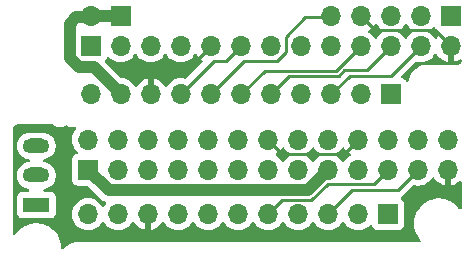
<source format=gbr>
%TF.GenerationSoftware,KiCad,Pcbnew,8.0.3*%
%TF.CreationDate,2024-12-22T12:47:46-05:00*%
%TF.ProjectId,klipper_screen_riser,6b6c6970-7065-4725-9f73-637265656e5f,rev?*%
%TF.SameCoordinates,Original*%
%TF.FileFunction,Copper,L2,Bot*%
%TF.FilePolarity,Positive*%
%FSLAX46Y46*%
G04 Gerber Fmt 4.6, Leading zero omitted, Abs format (unit mm)*
G04 Created by KiCad (PCBNEW 8.0.3) date 2024-12-22 12:47:46*
%MOMM*%
%LPD*%
G01*
G04 APERTURE LIST*
%TA.AperFunction,ComponentPad*%
%ADD10O,2.270000X1.270000*%
%TD*%
%TA.AperFunction,ComponentPad*%
%ADD11R,2.270000X1.270000*%
%TD*%
%TA.AperFunction,ComponentPad*%
%ADD12O,1.700000X1.700000*%
%TD*%
%TA.AperFunction,ComponentPad*%
%ADD13R,1.700000X1.700000*%
%TD*%
%TA.AperFunction,Conductor*%
%ADD14C,0.254000*%
%TD*%
%TA.AperFunction,Conductor*%
%ADD15C,1.000000*%
%TD*%
G04 APERTURE END LIST*
D10*
%TO.P,SW1,3,3*%
%TO.N,unconnected-(SW1-Pad3)*%
X152740000Y-75937473D03*
%TO.P,SW1,2,2*%
%TO.N,Net-(J2-Pin_2)*%
X152740000Y-78437473D03*
D11*
%TO.P,SW1,1,1*%
%TO.N,+5V*%
X152740000Y-80937473D03*
%TD*%
D12*
%TO.P,J2,26,Pin_26*%
%TO.N,TP_CS*%
X187600000Y-75400000D03*
%TO.P,J2,25,Pin_25*%
%TO.N,GND*%
X187600000Y-77940000D03*
%TO.P,J2,24,Pin_24*%
%TO.N,LCD_CS*%
X185060000Y-75400000D03*
%TO.P,J2,23,Pin_23*%
%TO.N,LCD_SCK {slash} TP_SCK *%
X185060000Y-77940000D03*
%TO.P,J2,22,Pin_22*%
%TO.N,RST*%
X182520000Y-75400000D03*
%TO.P,J2,21,Pin_21*%
%TO.N,TP_SO*%
X182520000Y-77940000D03*
%TO.P,J2,20,Pin_20*%
%TO.N,GND*%
X179980000Y-75400000D03*
%TO.P,J2,19,Pin_19*%
%TO.N,LCD_SI {slash} TP_SI *%
X179980000Y-77940000D03*
%TO.P,J2,18,Pin_18*%
%TO.N,LCD_RS *%
X177440000Y-75400000D03*
%TO.P,J2,17,Pin_17*%
%TO.N,+3.3V*%
X177440000Y-77940000D03*
%TO.P,J2,16,Pin_16*%
%TO.N,unconnected-(J2-Pin_16-Pad16)*%
X174900000Y-75400000D03*
%TO.P,J2,15,Pin_15*%
%TO.N,unconnected-(J2-Pin_15-Pad15)*%
X174900000Y-77940000D03*
%TO.P,J2,14,Pin_14*%
%TO.N,GND*%
X172360000Y-75400000D03*
%TO.P,J2,13,Pin_13*%
%TO.N,unconnected-(J2-Pin_13-Pad13)*%
X172360000Y-77940000D03*
%TO.P,J2,12,Pin_12*%
%TO.N,unconnected-(J2-Pin_12-Pad12)*%
X169820000Y-75400000D03*
%TO.P,J2,11,Pin_11*%
%TO.N,TP_IRQ *%
X169820000Y-77940000D03*
%TO.P,J2,10,Pin_10*%
%TO.N,unconnected-(J2-Pin_10-Pad10)*%
X167280000Y-75400000D03*
%TO.P,J2,9,Pin_9*%
%TO.N,GND*%
X167280000Y-77940000D03*
%TO.P,J2,8,Pin_8*%
%TO.N,unconnected-(J2-Pin_8-Pad8)*%
X164740000Y-75400000D03*
%TO.P,J2,7,Pin_7*%
%TO.N,unconnected-(J2-Pin_7-Pad7)*%
X164740000Y-77940000D03*
%TO.P,J2,6,Pin_6*%
%TO.N,GND*%
X162200000Y-75400000D03*
%TO.P,J2,5,Pin_5*%
%TO.N,unconnected-(J2-Pin_5-Pad5)*%
X162200000Y-77940000D03*
%TO.P,J2,4,Pin_4*%
%TO.N,Net-(J2-Pin_2)*%
X159660000Y-75400000D03*
%TO.P,J2,3,Pin_3*%
%TO.N,unconnected-(J2-Pin_3-Pad3)*%
X159660000Y-77940000D03*
%TO.P,J2,2,Pin_2*%
%TO.N,Net-(J2-Pin_2)*%
X157120000Y-75400000D03*
D13*
%TO.P,J2,1,Pin_1*%
%TO.N,+3.3V*%
X157120000Y-77940000D03*
%TD*%
D12*
%TO.P,J5,13,Pin_13*%
%TO.N,GND*%
X187814000Y-67494000D03*
%TO.P,J5,12,Pin_12*%
%TO.N,LCD_SCK {slash} TP_SCK *%
X185274000Y-67494000D03*
%TO.P,J5,11,Pin_11*%
%TO.N,TP_SO*%
X182734000Y-67494000D03*
%TO.P,J5,10,Pin_10*%
%TO.N,LCD_SI {slash} TP_SI *%
X180194000Y-67494000D03*
%TO.P,J5,9,Pin_9*%
%TO.N,+3.3V*%
X177654000Y-67494000D03*
%TO.P,J5,8,Pin_8*%
%TO.N,unconnected-(J5-Pin_8-Pad8)*%
X175114000Y-67494000D03*
%TO.P,J5,7,Pin_7*%
%TO.N,unconnected-(J5-Pin_7-Pad7)*%
X172574000Y-67494000D03*
%TO.P,J5,6,Pin_6*%
%TO.N,TP_IRQ *%
X170034000Y-67494000D03*
%TO.P,J5,5,Pin_5*%
%TO.N,GND*%
X167494000Y-67494000D03*
%TO.P,J5,4,Pin_4*%
%TO.N,unconnected-(J5-Pin_4-Pad4)*%
X164954000Y-67494000D03*
%TO.P,J5,3,Pin_3*%
%TO.N,unconnected-(J5-Pin_3-Pad3)*%
X162414000Y-67494000D03*
%TO.P,J5,2,Pin_2*%
%TO.N,unconnected-(J5-Pin_2-Pad2)*%
X159874000Y-67494000D03*
D13*
%TO.P,J5,1,Pin_1*%
%TO.N,+3.3V*%
X157334000Y-67494000D03*
%TD*%
D12*
%TO.P,J4,2,Pin_2*%
%TO.N,+5V*%
X157334000Y-64954000D03*
D13*
%TO.P,J4,1,Pin_1*%
X159874000Y-64954000D03*
%TD*%
D12*
%TO.P,J3,11,Pin_11*%
%TO.N,+3.3V*%
X157120000Y-81718000D03*
%TO.P,J3,10,Pin_10*%
%TO.N,+5V*%
X159660000Y-81718000D03*
%TO.P,J3,9,Pin_9*%
%TO.N,GND*%
X162200000Y-81718000D03*
%TO.P,J3,8,Pin_8*%
%TO.N,TP_IRQ *%
X164740000Y-81718000D03*
%TO.P,J3,7,Pin_7*%
%TO.N,LCD_RS *%
X167280000Y-81718000D03*
%TO.P,J3,6,Pin_6*%
%TO.N,LCD_SI {slash} TP_SI *%
X169820000Y-81718000D03*
%TO.P,J3,5,Pin_5*%
%TO.N,TP_SO*%
X172360000Y-81718000D03*
%TO.P,J3,4,Pin_4*%
%TO.N,RST*%
X174900000Y-81718000D03*
%TO.P,J3,3,Pin_3*%
%TO.N,LCD_SCK {slash} TP_SCK *%
X177440000Y-81718000D03*
%TO.P,J3,2,Pin_2*%
%TO.N,LCD_CS*%
X179980000Y-81718000D03*
D13*
%TO.P,J3,1,Pin_1*%
%TO.N,TP_CS*%
X182520000Y-81718000D03*
%TD*%
D12*
%TO.P,J6,5,Pin_5*%
%TO.N,LCD_RS *%
X177672000Y-64954000D03*
%TO.P,J6,4,Pin_4*%
%TO.N,GND*%
X180212000Y-64954000D03*
%TO.P,J6,3,Pin_3*%
%TO.N,RST*%
X182752000Y-64954000D03*
%TO.P,J6,2,Pin_2*%
%TO.N,LCD_CS*%
X185292000Y-64954000D03*
D13*
%TO.P,J6,1,Pin_1*%
%TO.N,TP_CS*%
X187832000Y-64954000D03*
%TD*%
D12*
%TO.P,J1,11,Pin_11*%
%TO.N,+3.3V*%
X157352000Y-71558000D03*
%TO.P,J1,10,Pin_10*%
%TO.N,+5V*%
X159892000Y-71558000D03*
%TO.P,J1,9,Pin_9*%
%TO.N,GND*%
X162432000Y-71558000D03*
%TO.P,J1,8,Pin_8*%
%TO.N,TP_IRQ *%
X164972000Y-71558000D03*
%TO.P,J1,7,Pin_7*%
%TO.N,LCD_RS *%
X167512000Y-71558000D03*
%TO.P,J1,6,Pin_6*%
%TO.N,LCD_SI {slash} TP_SI *%
X170052000Y-71558000D03*
%TO.P,J1,5,Pin_5*%
%TO.N,TP_SO*%
X172592000Y-71558000D03*
%TO.P,J1,4,Pin_4*%
%TO.N,RST*%
X175132000Y-71558000D03*
%TO.P,J1,3,Pin_3*%
%TO.N,LCD_SCK {slash} TP_SCK *%
X177672000Y-71558000D03*
%TO.P,J1,2,Pin_2*%
%TO.N,LCD_CS*%
X180212000Y-71558000D03*
D13*
%TO.P,J1,1,Pin_1*%
%TO.N,TP_CS*%
X182752000Y-71558000D03*
%TD*%
D14*
%TO.N,TP_SO*%
X177432555Y-79117000D02*
X176008555Y-80541000D01*
X174138000Y-70012000D02*
X172592000Y-71558000D01*
X182520000Y-77940000D02*
X181343000Y-79117000D01*
X182734000Y-67494000D02*
X180702000Y-69526000D01*
X178804053Y-69526000D02*
X178318053Y-70012000D01*
X178318053Y-70012000D02*
X174138000Y-70012000D01*
X180702000Y-69526000D02*
X178804053Y-69526000D01*
X173537000Y-80541000D02*
X172360000Y-81718000D01*
X181343000Y-79117000D02*
X177432555Y-79117000D01*
X176008555Y-80541000D02*
X173537000Y-80541000D01*
D15*
%TO.N,+3.3V*%
X175694000Y-79686000D02*
X158866000Y-79686000D01*
X177440000Y-77940000D02*
X175694000Y-79686000D01*
X158866000Y-79686000D02*
X157120000Y-77940000D01*
D14*
%TO.N,LCD_SCK {slash} TP_SCK *%
X179472000Y-79686000D02*
X177440000Y-81718000D01*
X182788000Y-69980000D02*
X185274000Y-67494000D01*
X177672000Y-71558000D02*
X179250000Y-69980000D01*
X183314000Y-79686000D02*
X179472000Y-79686000D01*
X185060000Y-77940000D02*
X183314000Y-79686000D01*
X177672000Y-71558000D02*
X178180000Y-71558000D01*
X179250000Y-69980000D02*
X182788000Y-69980000D01*
%TO.N,LCD_SI {slash} TP_SI *%
X172052000Y-69558000D02*
X170052000Y-71558000D01*
X178130000Y-69558000D02*
X172052000Y-69558000D01*
X180194000Y-67494000D02*
X178130000Y-69558000D01*
%TO.N,LCD_RS *%
X175502431Y-65058000D02*
X173864156Y-66696275D01*
X173081448Y-68760565D02*
X170309435Y-68760565D01*
X173864156Y-67977857D02*
X173081448Y-68760565D01*
X170309435Y-68760565D02*
X167512000Y-71558000D01*
X177603032Y-65058000D02*
X175502431Y-65058000D01*
X173864156Y-66696275D02*
X173864156Y-67977857D01*
D15*
%TO.N,+5V*%
X156102383Y-65058000D02*
X155558000Y-65602383D01*
X156336000Y-69272000D02*
X157606000Y-69272000D01*
X155558000Y-68494000D02*
X156336000Y-69272000D01*
X155558000Y-65602383D02*
X155558000Y-68494000D01*
X157334000Y-64954000D02*
X159874000Y-64954000D01*
X157304464Y-65058000D02*
X156102383Y-65058000D01*
X157606000Y-69272000D02*
X159892000Y-71558000D01*
D14*
%TO.N,TP_IRQ *%
X168815595Y-68735000D02*
X167795000Y-68735000D01*
X167795000Y-68735000D02*
X164972000Y-71558000D01*
X169992595Y-67558000D02*
X168815595Y-68735000D01*
%TO.N,GND*%
X179980000Y-75400000D02*
X178803000Y-76577000D01*
X165898000Y-69090000D02*
X165740000Y-69090000D01*
X180212000Y-64954000D02*
X181389000Y-66131000D01*
X178803000Y-76577000D02*
X173537000Y-76577000D01*
X173537000Y-76577000D02*
X172360000Y-75400000D01*
X167494000Y-67494000D02*
X165898000Y-69090000D01*
X181389000Y-66131000D02*
X186451000Y-66131000D01*
X186451000Y-66131000D02*
X187814000Y-67494000D01*
%TD*%
%TA.AperFunction,Conductor*%
%TO.N,GND*%
G36*
X154182400Y-74110185D02*
G01*
X154203033Y-74126810D01*
X154203104Y-74126881D01*
X154203110Y-74126886D01*
X154203112Y-74126888D01*
X154336042Y-74232896D01*
X154336045Y-74232897D01*
X154336046Y-74232898D01*
X154489223Y-74306664D01*
X154489224Y-74306664D01*
X154489228Y-74306666D01*
X154654988Y-74344500D01*
X154825012Y-74344500D01*
X154990772Y-74306666D01*
X155143958Y-74232896D01*
X155163774Y-74217092D01*
X155228461Y-74190684D01*
X155297156Y-74203441D01*
X155307057Y-74209045D01*
X155410563Y-74274082D01*
X155522417Y-74313221D01*
X155571048Y-74330238D01*
X155739997Y-74349274D01*
X155740000Y-74349274D01*
X155740003Y-74349274D01*
X155872602Y-74334333D01*
X155908954Y-74330237D01*
X155966720Y-74310023D01*
X156036498Y-74306461D01*
X156097126Y-74341190D01*
X156129353Y-74403183D01*
X156122949Y-74472758D01*
X156095359Y-74514744D01*
X156081504Y-74528599D01*
X155945965Y-74722169D01*
X155945964Y-74722171D01*
X155846098Y-74936335D01*
X155846094Y-74936344D01*
X155784938Y-75164586D01*
X155784936Y-75164596D01*
X155764341Y-75399999D01*
X155764341Y-75400000D01*
X155784936Y-75635403D01*
X155784938Y-75635413D01*
X155846094Y-75863655D01*
X155846096Y-75863659D01*
X155846097Y-75863663D01*
X155925801Y-76034588D01*
X155945965Y-76077830D01*
X155945967Y-76077834D01*
X156033869Y-76203370D01*
X156081504Y-76271400D01*
X156081506Y-76271402D01*
X156203430Y-76393326D01*
X156236915Y-76454649D01*
X156231931Y-76524341D01*
X156190059Y-76580274D01*
X156159083Y-76597189D01*
X156027669Y-76646203D01*
X156027664Y-76646206D01*
X155912455Y-76732452D01*
X155912452Y-76732455D01*
X155826206Y-76847664D01*
X155826202Y-76847671D01*
X155775908Y-76982517D01*
X155769501Y-77042116D01*
X155769500Y-77042135D01*
X155769500Y-78837870D01*
X155769501Y-78837876D01*
X155775908Y-78897483D01*
X155826202Y-79032328D01*
X155826206Y-79032335D01*
X155912452Y-79147544D01*
X155912455Y-79147547D01*
X156027664Y-79233793D01*
X156027671Y-79233797D01*
X156162517Y-79284091D01*
X156162516Y-79284091D01*
X156169444Y-79284835D01*
X156222127Y-79290500D01*
X157004217Y-79290499D01*
X157071256Y-79310183D01*
X157091898Y-79326818D01*
X158085735Y-80320655D01*
X158085764Y-80320686D01*
X158228217Y-80463139D01*
X158392080Y-80572628D01*
X158392086Y-80572632D01*
X158483844Y-80610639D01*
X158483847Y-80610640D01*
X158483848Y-80610641D01*
X158520117Y-80625664D01*
X158574164Y-80648051D01*
X158574165Y-80648051D01*
X158576683Y-80649094D01*
X158631087Y-80692934D01*
X158653152Y-80759228D01*
X158635873Y-80826928D01*
X158624231Y-80843349D01*
X158621504Y-80846599D01*
X158491575Y-81032158D01*
X158436998Y-81075783D01*
X158367500Y-81082977D01*
X158305145Y-81051454D01*
X158288425Y-81032158D01*
X158158494Y-80846597D01*
X157991402Y-80679506D01*
X157991395Y-80679501D01*
X157797834Y-80543967D01*
X157797830Y-80543965D01*
X157788328Y-80539534D01*
X157583663Y-80444097D01*
X157583659Y-80444096D01*
X157583655Y-80444094D01*
X157355413Y-80382938D01*
X157355403Y-80382936D01*
X157120001Y-80362341D01*
X157119999Y-80362341D01*
X156884596Y-80382936D01*
X156884586Y-80382938D01*
X156656344Y-80444094D01*
X156656335Y-80444098D01*
X156442171Y-80543964D01*
X156442169Y-80543965D01*
X156248597Y-80679505D01*
X156081505Y-80846597D01*
X155945965Y-81040169D01*
X155945964Y-81040171D01*
X155846098Y-81254335D01*
X155846094Y-81254344D01*
X155784938Y-81482586D01*
X155784936Y-81482596D01*
X155764341Y-81717999D01*
X155764341Y-81718000D01*
X155784936Y-81953403D01*
X155784938Y-81953413D01*
X155846094Y-82181655D01*
X155846096Y-82181659D01*
X155846097Y-82181663D01*
X155925801Y-82352588D01*
X155945965Y-82395830D01*
X155945967Y-82395834D01*
X156038952Y-82528629D01*
X156081505Y-82589401D01*
X156248599Y-82756495D01*
X156345384Y-82824265D01*
X156442165Y-82892032D01*
X156442167Y-82892033D01*
X156442170Y-82892035D01*
X156656337Y-82991903D01*
X156884592Y-83053063D01*
X157061034Y-83068500D01*
X157119999Y-83073659D01*
X157120000Y-83073659D01*
X157120001Y-83073659D01*
X157178966Y-83068500D01*
X157355408Y-83053063D01*
X157583663Y-82991903D01*
X157797830Y-82892035D01*
X157991401Y-82756495D01*
X158158495Y-82589401D01*
X158288425Y-82403842D01*
X158343002Y-82360217D01*
X158412500Y-82353023D01*
X158474855Y-82384546D01*
X158491575Y-82403842D01*
X158621500Y-82589395D01*
X158621505Y-82589401D01*
X158788599Y-82756495D01*
X158885384Y-82824265D01*
X158982165Y-82892032D01*
X158982167Y-82892033D01*
X158982170Y-82892035D01*
X159196337Y-82991903D01*
X159424592Y-83053063D01*
X159601034Y-83068500D01*
X159659999Y-83073659D01*
X159660000Y-83073659D01*
X159660001Y-83073659D01*
X159718966Y-83068500D01*
X159895408Y-83053063D01*
X160123663Y-82991903D01*
X160337830Y-82892035D01*
X160531401Y-82756495D01*
X160698495Y-82589401D01*
X160828730Y-82403405D01*
X160883307Y-82359781D01*
X160952805Y-82352587D01*
X161015160Y-82384110D01*
X161031879Y-82403405D01*
X161161890Y-82589078D01*
X161328917Y-82756105D01*
X161522421Y-82891600D01*
X161736507Y-82991429D01*
X161736516Y-82991433D01*
X161950000Y-83048634D01*
X161950000Y-82151012D01*
X162007007Y-82183925D01*
X162134174Y-82218000D01*
X162265826Y-82218000D01*
X162392993Y-82183925D01*
X162450000Y-82151012D01*
X162450000Y-83048633D01*
X162663483Y-82991433D01*
X162663492Y-82991429D01*
X162877578Y-82891600D01*
X163071082Y-82756105D01*
X163238105Y-82589082D01*
X163368119Y-82403405D01*
X163422696Y-82359781D01*
X163492195Y-82352588D01*
X163554549Y-82384110D01*
X163571269Y-82403405D01*
X163701505Y-82589401D01*
X163868599Y-82756495D01*
X163965384Y-82824265D01*
X164062165Y-82892032D01*
X164062167Y-82892033D01*
X164062170Y-82892035D01*
X164276337Y-82991903D01*
X164504592Y-83053063D01*
X164681034Y-83068500D01*
X164739999Y-83073659D01*
X164740000Y-83073659D01*
X164740001Y-83073659D01*
X164798966Y-83068500D01*
X164975408Y-83053063D01*
X165203663Y-82991903D01*
X165417830Y-82892035D01*
X165611401Y-82756495D01*
X165778495Y-82589401D01*
X165908425Y-82403842D01*
X165963002Y-82360217D01*
X166032500Y-82353023D01*
X166094855Y-82384546D01*
X166111575Y-82403842D01*
X166241500Y-82589395D01*
X166241505Y-82589401D01*
X166408599Y-82756495D01*
X166505384Y-82824265D01*
X166602165Y-82892032D01*
X166602167Y-82892033D01*
X166602170Y-82892035D01*
X166816337Y-82991903D01*
X167044592Y-83053063D01*
X167221034Y-83068500D01*
X167279999Y-83073659D01*
X167280000Y-83073659D01*
X167280001Y-83073659D01*
X167338966Y-83068500D01*
X167515408Y-83053063D01*
X167743663Y-82991903D01*
X167957830Y-82892035D01*
X168151401Y-82756495D01*
X168318495Y-82589401D01*
X168448425Y-82403842D01*
X168503002Y-82360217D01*
X168572500Y-82353023D01*
X168634855Y-82384546D01*
X168651575Y-82403842D01*
X168781500Y-82589395D01*
X168781505Y-82589401D01*
X168948599Y-82756495D01*
X169045384Y-82824265D01*
X169142165Y-82892032D01*
X169142167Y-82892033D01*
X169142170Y-82892035D01*
X169356337Y-82991903D01*
X169584592Y-83053063D01*
X169761034Y-83068500D01*
X169819999Y-83073659D01*
X169820000Y-83073659D01*
X169820001Y-83073659D01*
X169878966Y-83068500D01*
X170055408Y-83053063D01*
X170283663Y-82991903D01*
X170497830Y-82892035D01*
X170691401Y-82756495D01*
X170858495Y-82589401D01*
X170988425Y-82403842D01*
X171043002Y-82360217D01*
X171112500Y-82353023D01*
X171174855Y-82384546D01*
X171191575Y-82403842D01*
X171321500Y-82589395D01*
X171321505Y-82589401D01*
X171488599Y-82756495D01*
X171585384Y-82824265D01*
X171682165Y-82892032D01*
X171682167Y-82892033D01*
X171682170Y-82892035D01*
X171896337Y-82991903D01*
X172124592Y-83053063D01*
X172301034Y-83068500D01*
X172359999Y-83073659D01*
X172360000Y-83073659D01*
X172360001Y-83073659D01*
X172418966Y-83068500D01*
X172595408Y-83053063D01*
X172823663Y-82991903D01*
X173037830Y-82892035D01*
X173231401Y-82756495D01*
X173398495Y-82589401D01*
X173528425Y-82403842D01*
X173583002Y-82360217D01*
X173652500Y-82353023D01*
X173714855Y-82384546D01*
X173731575Y-82403842D01*
X173861500Y-82589395D01*
X173861505Y-82589401D01*
X174028599Y-82756495D01*
X174125384Y-82824265D01*
X174222165Y-82892032D01*
X174222167Y-82892033D01*
X174222170Y-82892035D01*
X174436337Y-82991903D01*
X174664592Y-83053063D01*
X174841034Y-83068500D01*
X174899999Y-83073659D01*
X174900000Y-83073659D01*
X174900001Y-83073659D01*
X174958966Y-83068500D01*
X175135408Y-83053063D01*
X175363663Y-82991903D01*
X175577830Y-82892035D01*
X175771401Y-82756495D01*
X175938495Y-82589401D01*
X176068425Y-82403842D01*
X176123002Y-82360217D01*
X176192500Y-82353023D01*
X176254855Y-82384546D01*
X176271575Y-82403842D01*
X176401500Y-82589395D01*
X176401505Y-82589401D01*
X176568599Y-82756495D01*
X176665384Y-82824265D01*
X176762165Y-82892032D01*
X176762167Y-82892033D01*
X176762170Y-82892035D01*
X176976337Y-82991903D01*
X177204592Y-83053063D01*
X177381034Y-83068500D01*
X177439999Y-83073659D01*
X177440000Y-83073659D01*
X177440001Y-83073659D01*
X177498966Y-83068500D01*
X177675408Y-83053063D01*
X177903663Y-82991903D01*
X178117830Y-82892035D01*
X178311401Y-82756495D01*
X178478495Y-82589401D01*
X178608425Y-82403842D01*
X178663002Y-82360217D01*
X178732500Y-82353023D01*
X178794855Y-82384546D01*
X178811575Y-82403842D01*
X178941500Y-82589395D01*
X178941505Y-82589401D01*
X179108599Y-82756495D01*
X179205384Y-82824265D01*
X179302165Y-82892032D01*
X179302167Y-82892033D01*
X179302170Y-82892035D01*
X179516337Y-82991903D01*
X179744592Y-83053063D01*
X179921034Y-83068500D01*
X179979999Y-83073659D01*
X179980000Y-83073659D01*
X179980001Y-83073659D01*
X180038966Y-83068500D01*
X180215408Y-83053063D01*
X180443663Y-82991903D01*
X180657830Y-82892035D01*
X180851401Y-82756495D01*
X180973329Y-82634566D01*
X181034648Y-82601084D01*
X181104340Y-82606068D01*
X181160274Y-82647939D01*
X181177189Y-82678917D01*
X181226202Y-82810328D01*
X181226206Y-82810335D01*
X181312452Y-82925544D01*
X181312455Y-82925547D01*
X181427664Y-83011793D01*
X181427671Y-83011797D01*
X181562517Y-83062091D01*
X181562516Y-83062091D01*
X181569444Y-83062835D01*
X181622127Y-83068500D01*
X183417872Y-83068499D01*
X183477483Y-83062091D01*
X183612331Y-83011796D01*
X183727546Y-82925546D01*
X183813796Y-82810331D01*
X183864091Y-82675483D01*
X183870500Y-82615873D01*
X183870499Y-80820128D01*
X183864091Y-80760517D01*
X183863877Y-80759944D01*
X183813797Y-80625671D01*
X183813793Y-80625664D01*
X183727547Y-80510455D01*
X183727544Y-80510452D01*
X183623548Y-80432600D01*
X183581677Y-80376666D01*
X183576693Y-80306975D01*
X183610179Y-80245652D01*
X183628961Y-80230237D01*
X183714008Y-80173411D01*
X183801411Y-80086008D01*
X184606584Y-79280833D01*
X184667905Y-79247350D01*
X184726356Y-79248741D01*
X184768107Y-79259928D01*
X184824592Y-79275063D01*
X185001034Y-79290500D01*
X185059999Y-79295659D01*
X185060000Y-79295659D01*
X185060001Y-79295659D01*
X185118966Y-79290500D01*
X185295408Y-79275063D01*
X185523663Y-79213903D01*
X185737830Y-79114035D01*
X185931401Y-78978495D01*
X186098495Y-78811401D01*
X186228730Y-78625405D01*
X186283307Y-78581781D01*
X186352805Y-78574587D01*
X186415160Y-78606110D01*
X186431879Y-78625405D01*
X186561890Y-78811078D01*
X186728917Y-78978105D01*
X186922421Y-79113600D01*
X187136507Y-79213429D01*
X187136516Y-79213433D01*
X187350000Y-79270634D01*
X187350000Y-78373012D01*
X187407007Y-78405925D01*
X187534174Y-78440000D01*
X187665826Y-78440000D01*
X187792993Y-78405925D01*
X187850000Y-78373012D01*
X187850000Y-79270633D01*
X188063483Y-79213433D01*
X188063492Y-79213429D01*
X188277578Y-79113600D01*
X188471082Y-78978105D01*
X188527819Y-78921369D01*
X188589142Y-78887884D01*
X188658834Y-78892868D01*
X188714767Y-78934740D01*
X188739184Y-79000204D01*
X188739500Y-79009050D01*
X188739500Y-81171887D01*
X188719815Y-81238926D01*
X188667011Y-81284681D01*
X188597853Y-81294625D01*
X188534297Y-81265600D01*
X188514196Y-81243395D01*
X188449191Y-81151304D01*
X188429710Y-81130445D01*
X188253053Y-80941292D01*
X188030147Y-80759945D01*
X188030146Y-80759944D01*
X187784617Y-80610634D01*
X187521063Y-80496158D01*
X187521061Y-80496157D01*
X187521058Y-80496156D01*
X187374694Y-80455147D01*
X187244364Y-80418630D01*
X187244359Y-80418629D01*
X187244358Y-80418629D01*
X187102018Y-80399064D01*
X186959679Y-80379500D01*
X186959678Y-80379500D01*
X186672322Y-80379500D01*
X186672321Y-80379500D01*
X186387642Y-80418629D01*
X186387635Y-80418630D01*
X186179861Y-80476845D01*
X186110942Y-80496156D01*
X186110939Y-80496156D01*
X186110936Y-80496158D01*
X186110935Y-80496158D01*
X185847382Y-80610634D01*
X185601853Y-80759944D01*
X185378950Y-80941289D01*
X185182812Y-81151299D01*
X185017098Y-81386064D01*
X184884894Y-81641206D01*
X184788667Y-81911962D01*
X184788666Y-81911965D01*
X184730201Y-82193319D01*
X184710592Y-82480000D01*
X184730201Y-82766680D01*
X184730201Y-82766684D01*
X184730202Y-82766686D01*
X184739272Y-82810335D01*
X184788666Y-83048034D01*
X184788667Y-83048037D01*
X184884894Y-83318793D01*
X184884893Y-83318793D01*
X185017098Y-83573935D01*
X185104190Y-83697317D01*
X185182811Y-83808698D01*
X185220705Y-83849272D01*
X185250209Y-83880863D01*
X185281580Y-83943294D01*
X185274220Y-84012775D01*
X185230463Y-84067246D01*
X185164203Y-84089414D01*
X185159585Y-84089500D01*
X156287227Y-84089500D01*
X156282763Y-84089420D01*
X156282596Y-84089414D01*
X156263377Y-84088721D01*
X156184246Y-84085871D01*
X156184238Y-84085871D01*
X155965923Y-84110001D01*
X155965906Y-84110005D01*
X155753411Y-84165660D01*
X155551276Y-84251652D01*
X155363822Y-84366143D01*
X155363817Y-84366147D01*
X155195010Y-84506714D01*
X155060953Y-84656404D01*
X155001565Y-84693212D01*
X154931704Y-84692069D01*
X154873552Y-84653338D01*
X154845571Y-84589316D01*
X154844870Y-84582141D01*
X154830095Y-84366143D01*
X154825798Y-84303314D01*
X154767334Y-84021968D01*
X154766175Y-84018708D01*
X154671105Y-83751206D01*
X154671106Y-83751206D01*
X154538901Y-83496064D01*
X154373187Y-83261299D01*
X154294554Y-83177105D01*
X154177053Y-83051292D01*
X153954147Y-82869945D01*
X153954146Y-82869944D01*
X153708617Y-82720634D01*
X153445063Y-82606158D01*
X153445061Y-82606157D01*
X153445058Y-82606156D01*
X153315578Y-82569877D01*
X153168364Y-82528630D01*
X153168359Y-82528629D01*
X153168358Y-82528629D01*
X152897800Y-82491441D01*
X152883679Y-82489500D01*
X152883678Y-82489500D01*
X152596322Y-82489500D01*
X152596321Y-82489500D01*
X152311642Y-82528629D01*
X152311635Y-82528630D01*
X152103861Y-82586845D01*
X152034942Y-82606156D01*
X152034939Y-82606156D01*
X152034936Y-82606158D01*
X152034935Y-82606158D01*
X151771382Y-82720634D01*
X151525853Y-82869944D01*
X151302950Y-83051289D01*
X151302947Y-83051291D01*
X151302947Y-83051292D01*
X151287362Y-83067979D01*
X151106808Y-83261304D01*
X150965804Y-83461063D01*
X150911063Y-83504481D01*
X150841537Y-83511410D01*
X150779303Y-83479652D01*
X150744117Y-83419288D01*
X150740500Y-83389555D01*
X150740500Y-75848107D01*
X151104500Y-75848107D01*
X151104500Y-76026838D01*
X151132460Y-76203371D01*
X151132460Y-76203374D01*
X151187689Y-76373351D01*
X151187691Y-76373354D01*
X151268833Y-76532605D01*
X151373889Y-76677201D01*
X151500272Y-76803584D01*
X151644868Y-76908640D01*
X151804119Y-76989782D01*
X151804121Y-76989783D01*
X151866522Y-77010058D01*
X151974103Y-77045013D01*
X152100295Y-77065000D01*
X152163430Y-77094929D01*
X152200361Y-77154241D01*
X152199363Y-77224103D01*
X152160753Y-77282336D01*
X152100295Y-77309946D01*
X151974101Y-77329933D01*
X151974098Y-77329933D01*
X151804121Y-77385162D01*
X151804118Y-77385164D01*
X151644867Y-77466306D01*
X151500270Y-77571363D01*
X151373890Y-77697743D01*
X151268833Y-77842340D01*
X151187691Y-78001591D01*
X151187689Y-78001594D01*
X151132460Y-78171571D01*
X151132460Y-78171574D01*
X151104500Y-78348107D01*
X151104500Y-78526838D01*
X151132460Y-78703371D01*
X151132460Y-78703374D01*
X151187689Y-78873351D01*
X151187691Y-78873354D01*
X151268833Y-79032605D01*
X151373889Y-79177201D01*
X151500272Y-79303584D01*
X151644868Y-79408640D01*
X151804119Y-79489782D01*
X151804121Y-79489783D01*
X151943870Y-79535189D01*
X151974103Y-79545013D01*
X152040322Y-79555501D01*
X152103453Y-79585428D01*
X152140385Y-79644739D01*
X152139388Y-79714602D01*
X152100778Y-79772835D01*
X152036815Y-79800950D01*
X152020921Y-79801973D01*
X151557129Y-79801973D01*
X151557123Y-79801974D01*
X151497516Y-79808381D01*
X151362671Y-79858675D01*
X151362664Y-79858679D01*
X151247455Y-79944925D01*
X151247452Y-79944928D01*
X151161206Y-80060137D01*
X151161202Y-80060144D01*
X151110908Y-80194990D01*
X151105462Y-80245652D01*
X151104501Y-80254596D01*
X151104500Y-80254608D01*
X151104500Y-81620343D01*
X151104501Y-81620349D01*
X151110908Y-81679956D01*
X151161202Y-81814801D01*
X151161206Y-81814808D01*
X151247452Y-81930017D01*
X151247455Y-81930020D01*
X151362664Y-82016266D01*
X151362671Y-82016270D01*
X151497517Y-82066564D01*
X151497516Y-82066564D01*
X151504444Y-82067308D01*
X151557127Y-82072973D01*
X153922872Y-82072972D01*
X153982483Y-82066564D01*
X154117331Y-82016269D01*
X154232546Y-81930019D01*
X154318796Y-81814804D01*
X154369091Y-81679956D01*
X154375500Y-81620346D01*
X154375499Y-80254601D01*
X154369091Y-80194990D01*
X154361042Y-80173410D01*
X154318797Y-80060144D01*
X154318793Y-80060137D01*
X154232547Y-79944928D01*
X154232544Y-79944925D01*
X154117335Y-79858679D01*
X154117328Y-79858675D01*
X153982482Y-79808381D01*
X153982483Y-79808381D01*
X153922883Y-79801974D01*
X153922881Y-79801973D01*
X153922873Y-79801973D01*
X153922865Y-79801973D01*
X153459082Y-79801973D01*
X153392043Y-79782288D01*
X153346288Y-79729484D01*
X153336344Y-79660326D01*
X153365369Y-79596770D01*
X153424147Y-79558996D01*
X153439685Y-79555500D01*
X153505897Y-79545013D01*
X153505898Y-79545012D01*
X153505901Y-79545012D01*
X153675878Y-79489783D01*
X153675878Y-79489782D01*
X153675881Y-79489782D01*
X153835132Y-79408640D01*
X153979728Y-79303584D01*
X154106111Y-79177201D01*
X154211167Y-79032605D01*
X154292309Y-78873354D01*
X154292310Y-78873351D01*
X154347539Y-78703374D01*
X154347539Y-78703373D01*
X154347540Y-78703370D01*
X154375500Y-78526839D01*
X154375500Y-78348107D01*
X154347540Y-78171576D01*
X154347539Y-78171572D01*
X154347539Y-78171571D01*
X154292310Y-78001594D01*
X154292308Y-78001591D01*
X154227387Y-77874174D01*
X154211167Y-77842341D01*
X154106111Y-77697745D01*
X153979728Y-77571362D01*
X153835132Y-77466306D01*
X153675881Y-77385164D01*
X153675878Y-77385162D01*
X153505900Y-77329933D01*
X153413904Y-77315362D01*
X153379703Y-77309945D01*
X153316569Y-77280017D01*
X153279638Y-77220705D01*
X153280636Y-77150843D01*
X153319246Y-77092610D01*
X153379703Y-77065000D01*
X153505897Y-77045013D01*
X153505900Y-77045012D01*
X153505901Y-77045012D01*
X153675878Y-76989783D01*
X153675878Y-76989782D01*
X153675881Y-76989782D01*
X153835132Y-76908640D01*
X153979728Y-76803584D01*
X154106111Y-76677201D01*
X154211167Y-76532605D01*
X154292309Y-76373354D01*
X154325435Y-76271402D01*
X154347539Y-76203374D01*
X154347539Y-76203373D01*
X154347540Y-76203370D01*
X154375500Y-76026839D01*
X154375500Y-75848107D01*
X154347540Y-75671576D01*
X154347539Y-75671572D01*
X154347539Y-75671571D01*
X154292310Y-75501594D01*
X154292308Y-75501591D01*
X154240546Y-75400000D01*
X154211167Y-75342341D01*
X154106111Y-75197745D01*
X153979728Y-75071362D01*
X153835132Y-74966306D01*
X153675881Y-74885164D01*
X153675878Y-74885162D01*
X153505899Y-74829933D01*
X153388209Y-74811293D01*
X153329366Y-74801973D01*
X152150634Y-74801973D01*
X152091790Y-74811293D01*
X151974101Y-74829933D01*
X151974098Y-74829933D01*
X151804121Y-74885162D01*
X151804118Y-74885164D01*
X151644867Y-74966306D01*
X151500270Y-75071363D01*
X151373890Y-75197743D01*
X151268833Y-75342340D01*
X151187691Y-75501591D01*
X151187689Y-75501594D01*
X151132460Y-75671571D01*
X151132460Y-75671574D01*
X151104500Y-75848107D01*
X150740500Y-75848107D01*
X150740500Y-74596961D01*
X150741280Y-74583077D01*
X150751459Y-74492731D01*
X150757635Y-74465670D01*
X150785353Y-74386456D01*
X150797396Y-74361450D01*
X150842046Y-74290389D01*
X150859351Y-74268690D01*
X150918690Y-74209351D01*
X150940389Y-74192046D01*
X151011450Y-74147396D01*
X151036456Y-74135353D01*
X151115670Y-74107635D01*
X151142733Y-74101459D01*
X151206888Y-74094231D01*
X151233079Y-74091280D01*
X151246962Y-74090500D01*
X151305892Y-74090500D01*
X154115361Y-74090500D01*
X154182400Y-74110185D01*
G37*
%TD.AperFunction*%
%TA.AperFunction,Conductor*%
G36*
X173714549Y-76066110D02*
G01*
X173731269Y-76085405D01*
X173861505Y-76271401D01*
X173861506Y-76271402D01*
X174028597Y-76438493D01*
X174028603Y-76438498D01*
X174214158Y-76568425D01*
X174257783Y-76623002D01*
X174264977Y-76692500D01*
X174233454Y-76754855D01*
X174214158Y-76771575D01*
X174028597Y-76901505D01*
X173861505Y-77068597D01*
X173731575Y-77254158D01*
X173676998Y-77297783D01*
X173607500Y-77304977D01*
X173545145Y-77273454D01*
X173528425Y-77254158D01*
X173398494Y-77068597D01*
X173231402Y-76901506D01*
X173231401Y-76901505D01*
X173063844Y-76784180D01*
X173045405Y-76771269D01*
X173001781Y-76716692D01*
X172994588Y-76647193D01*
X173026110Y-76584839D01*
X173045405Y-76568119D01*
X173231082Y-76438105D01*
X173398105Y-76271082D01*
X173528119Y-76085405D01*
X173582696Y-76041781D01*
X173652195Y-76034588D01*
X173714549Y-76066110D01*
G37*
%TD.AperFunction*%
%TA.AperFunction,Conductor*%
G36*
X176254855Y-76066546D02*
G01*
X176271575Y-76085842D01*
X176401501Y-76271396D01*
X176401506Y-76271402D01*
X176568597Y-76438493D01*
X176568603Y-76438498D01*
X176754158Y-76568425D01*
X176797783Y-76623002D01*
X176804977Y-76692500D01*
X176773454Y-76754855D01*
X176754158Y-76771575D01*
X176568597Y-76901505D01*
X176401505Y-77068597D01*
X176271575Y-77254158D01*
X176216998Y-77297783D01*
X176147500Y-77304977D01*
X176085145Y-77273454D01*
X176068425Y-77254158D01*
X175938494Y-77068597D01*
X175771402Y-76901506D01*
X175771396Y-76901501D01*
X175585842Y-76771575D01*
X175542217Y-76716998D01*
X175535023Y-76647500D01*
X175566546Y-76585145D01*
X175585842Y-76568425D01*
X175698054Y-76489853D01*
X175771401Y-76438495D01*
X175938495Y-76271401D01*
X176068425Y-76085842D01*
X176123002Y-76042217D01*
X176192500Y-76035023D01*
X176254855Y-76066546D01*
G37*
%TD.AperFunction*%
%TA.AperFunction,Conductor*%
G36*
X178795160Y-76066110D02*
G01*
X178811879Y-76085405D01*
X178941890Y-76271078D01*
X179108917Y-76438105D01*
X179294595Y-76568119D01*
X179338219Y-76622696D01*
X179345412Y-76692195D01*
X179313890Y-76754549D01*
X179294595Y-76771269D01*
X179108594Y-76901508D01*
X178941505Y-77068597D01*
X178811575Y-77254158D01*
X178756998Y-77297783D01*
X178687500Y-77304977D01*
X178625145Y-77273454D01*
X178608425Y-77254158D01*
X178478494Y-77068597D01*
X178311402Y-76901506D01*
X178311396Y-76901501D01*
X178125842Y-76771575D01*
X178082217Y-76716998D01*
X178075023Y-76647500D01*
X178106546Y-76585145D01*
X178125842Y-76568425D01*
X178238054Y-76489853D01*
X178311401Y-76438495D01*
X178478495Y-76271401D01*
X178608730Y-76085405D01*
X178663307Y-76041781D01*
X178732805Y-76034587D01*
X178795160Y-76066110D01*
G37*
%TD.AperFunction*%
%TA.AperFunction,Conductor*%
G36*
X166309160Y-68160110D02*
G01*
X166325879Y-68179405D01*
X166455890Y-68365078D01*
X166622917Y-68532105D01*
X166788628Y-68648138D01*
X166832253Y-68702715D01*
X166839445Y-68772214D01*
X166807923Y-68834568D01*
X166805185Y-68837394D01*
X165425415Y-70217164D01*
X165364092Y-70250649D01*
X165305641Y-70249258D01*
X165207413Y-70222938D01*
X165207403Y-70222936D01*
X164972001Y-70202341D01*
X164971999Y-70202341D01*
X164736596Y-70222936D01*
X164736586Y-70222938D01*
X164508344Y-70284094D01*
X164508335Y-70284098D01*
X164294171Y-70383964D01*
X164294169Y-70383965D01*
X164100597Y-70519505D01*
X163933508Y-70686594D01*
X163803269Y-70872595D01*
X163748692Y-70916219D01*
X163679193Y-70923412D01*
X163616839Y-70891890D01*
X163600119Y-70872594D01*
X163470113Y-70686926D01*
X163470108Y-70686920D01*
X163303082Y-70519894D01*
X163109578Y-70384399D01*
X162895492Y-70284570D01*
X162895486Y-70284567D01*
X162682000Y-70227364D01*
X162682000Y-71124988D01*
X162624993Y-71092075D01*
X162497826Y-71058000D01*
X162366174Y-71058000D01*
X162239007Y-71092075D01*
X162182000Y-71124988D01*
X162182000Y-70227364D01*
X162181999Y-70227364D01*
X161968513Y-70284567D01*
X161968507Y-70284570D01*
X161754422Y-70384399D01*
X161754420Y-70384400D01*
X161560926Y-70519886D01*
X161560920Y-70519891D01*
X161393891Y-70686920D01*
X161393890Y-70686922D01*
X161263880Y-70872595D01*
X161209303Y-70916219D01*
X161139804Y-70923412D01*
X161077450Y-70891890D01*
X161060730Y-70872594D01*
X160930494Y-70686597D01*
X160763402Y-70519506D01*
X160763395Y-70519501D01*
X160569834Y-70383967D01*
X160569830Y-70383965D01*
X160546905Y-70373275D01*
X160355663Y-70284097D01*
X160355659Y-70284096D01*
X160355655Y-70284094D01*
X160127413Y-70222938D01*
X160127403Y-70222936D01*
X160001900Y-70211955D01*
X159936832Y-70186502D01*
X159925028Y-70176108D01*
X158578530Y-68829610D01*
X158545045Y-68768287D01*
X158550029Y-68698595D01*
X158566945Y-68667618D01*
X158627793Y-68586335D01*
X158627792Y-68586335D01*
X158627796Y-68586331D01*
X158676810Y-68454916D01*
X158718681Y-68398984D01*
X158784145Y-68374566D01*
X158852418Y-68389417D01*
X158880673Y-68410569D01*
X159002599Y-68532495D01*
X159080816Y-68587263D01*
X159196165Y-68668032D01*
X159196167Y-68668033D01*
X159196170Y-68668035D01*
X159410337Y-68767903D01*
X159638592Y-68829063D01*
X159826918Y-68845539D01*
X159873999Y-68849659D01*
X159874000Y-68849659D01*
X159874001Y-68849659D01*
X159913234Y-68846226D01*
X160109408Y-68829063D01*
X160337663Y-68767903D01*
X160551830Y-68668035D01*
X160745401Y-68532495D01*
X160912495Y-68365401D01*
X161042425Y-68179842D01*
X161097002Y-68136217D01*
X161166500Y-68129023D01*
X161228855Y-68160546D01*
X161245575Y-68179842D01*
X161375278Y-68365078D01*
X161375505Y-68365401D01*
X161542599Y-68532495D01*
X161620816Y-68587263D01*
X161736165Y-68668032D01*
X161736167Y-68668033D01*
X161736170Y-68668035D01*
X161950337Y-68767903D01*
X162178592Y-68829063D01*
X162366918Y-68845539D01*
X162413999Y-68849659D01*
X162414000Y-68849659D01*
X162414001Y-68849659D01*
X162453234Y-68846226D01*
X162649408Y-68829063D01*
X162877663Y-68767903D01*
X163091830Y-68668035D01*
X163285401Y-68532495D01*
X163452495Y-68365401D01*
X163582425Y-68179842D01*
X163637002Y-68136217D01*
X163706500Y-68129023D01*
X163768855Y-68160546D01*
X163785575Y-68179842D01*
X163915278Y-68365078D01*
X163915505Y-68365401D01*
X164082599Y-68532495D01*
X164160816Y-68587263D01*
X164276165Y-68668032D01*
X164276167Y-68668033D01*
X164276170Y-68668035D01*
X164490337Y-68767903D01*
X164718592Y-68829063D01*
X164906918Y-68845539D01*
X164953999Y-68849659D01*
X164954000Y-68849659D01*
X164954001Y-68849659D01*
X164993234Y-68846226D01*
X165189408Y-68829063D01*
X165417663Y-68767903D01*
X165631830Y-68668035D01*
X165825401Y-68532495D01*
X165992495Y-68365401D01*
X166122730Y-68179405D01*
X166177307Y-68135781D01*
X166246805Y-68128587D01*
X166309160Y-68160110D01*
G37*
%TD.AperFunction*%
%TA.AperFunction,Conductor*%
G36*
X188064000Y-68824633D02*
G01*
X188277483Y-68767433D01*
X188277492Y-68767429D01*
X188491579Y-68667599D01*
X188561907Y-68618354D01*
X188628113Y-68596026D01*
X188695880Y-68613035D01*
X188743694Y-68663982D01*
X188756373Y-68732692D01*
X188750074Y-68760881D01*
X188738648Y-68793536D01*
X188726600Y-68818555D01*
X188681957Y-68889604D01*
X188664644Y-68911313D01*
X188605313Y-68970644D01*
X188583604Y-68987957D01*
X188512555Y-69032600D01*
X188487537Y-69044648D01*
X188408333Y-69072362D01*
X188381264Y-69078540D01*
X188301075Y-69087576D01*
X188290921Y-69088720D01*
X188277038Y-69089500D01*
X185632682Y-69089500D01*
X185420235Y-69120044D01*
X185420225Y-69120047D01*
X185214284Y-69180517D01*
X185019061Y-69269672D01*
X185019048Y-69269679D01*
X184838485Y-69385720D01*
X184676275Y-69526275D01*
X184535720Y-69688485D01*
X184419679Y-69869048D01*
X184419672Y-69869061D01*
X184330517Y-70064284D01*
X184270047Y-70270225D01*
X184270044Y-70270236D01*
X184252946Y-70389161D01*
X184223921Y-70452717D01*
X184165143Y-70490491D01*
X184095273Y-70490491D01*
X184036495Y-70452717D01*
X184030942Y-70445826D01*
X183988522Y-70389161D01*
X183959546Y-70350454D01*
X183959544Y-70350453D01*
X183959544Y-70350452D01*
X183844335Y-70264206D01*
X183844328Y-70264202D01*
X183709486Y-70213910D01*
X183709485Y-70213909D01*
X183709483Y-70213909D01*
X183709480Y-70213908D01*
X183709122Y-70213824D01*
X183708868Y-70213679D01*
X183702215Y-70211198D01*
X183702617Y-70210120D01*
X183648404Y-70179252D01*
X183616017Y-70117342D01*
X183622241Y-70047751D01*
X183649950Y-70005467D01*
X184820584Y-68834833D01*
X184881905Y-68801350D01*
X184940356Y-68802741D01*
X184958058Y-68807484D01*
X185038592Y-68829063D01*
X185226918Y-68845539D01*
X185273999Y-68849659D01*
X185274000Y-68849659D01*
X185274001Y-68849659D01*
X185313234Y-68846226D01*
X185509408Y-68829063D01*
X185737663Y-68767903D01*
X185951830Y-68668035D01*
X186145401Y-68532495D01*
X186312495Y-68365401D01*
X186442730Y-68179405D01*
X186497307Y-68135781D01*
X186566805Y-68128587D01*
X186629160Y-68160110D01*
X186645879Y-68179405D01*
X186775890Y-68365078D01*
X186942917Y-68532105D01*
X187136421Y-68667600D01*
X187350507Y-68767429D01*
X187350516Y-68767433D01*
X187564000Y-68824634D01*
X187564000Y-67927012D01*
X187621007Y-67959925D01*
X187748174Y-67994000D01*
X187879826Y-67994000D01*
X188006993Y-67959925D01*
X188064000Y-67927012D01*
X188064000Y-68824633D01*
G37*
%TD.AperFunction*%
%TA.AperFunction,Conductor*%
G36*
X186416340Y-65842068D02*
G01*
X186472274Y-65883939D01*
X186489189Y-65914917D01*
X186538202Y-66046328D01*
X186538206Y-66046335D01*
X186624452Y-66161544D01*
X186624455Y-66161547D01*
X186739664Y-66247793D01*
X186739673Y-66247798D01*
X186802772Y-66271332D01*
X186858487Y-66292112D01*
X186914421Y-66333982D01*
X186938839Y-66399447D01*
X186923988Y-66467720D01*
X186902837Y-66495975D01*
X186775888Y-66622924D01*
X186645880Y-66808595D01*
X186591303Y-66852219D01*
X186521804Y-66859412D01*
X186459450Y-66827890D01*
X186442730Y-66808594D01*
X186312494Y-66622597D01*
X186145402Y-66455506D01*
X186145401Y-66455505D01*
X186014127Y-66363586D01*
X185968841Y-66331876D01*
X185925216Y-66277299D01*
X185918024Y-66207800D01*
X185949546Y-66145446D01*
X185968842Y-66128726D01*
X185969826Y-66128036D01*
X185969830Y-66128035D01*
X186163401Y-65992495D01*
X186285329Y-65870566D01*
X186346648Y-65837084D01*
X186416340Y-65842068D01*
G37*
%TD.AperFunction*%
%TA.AperFunction,Conductor*%
G36*
X181566549Y-65620110D02*
G01*
X181583269Y-65639405D01*
X181713505Y-65825401D01*
X181713506Y-65825402D01*
X181880597Y-65992493D01*
X181880603Y-65992498D01*
X182057158Y-66116123D01*
X182100783Y-66170700D01*
X182107977Y-66240198D01*
X182076454Y-66302553D01*
X182057158Y-66319273D01*
X181862597Y-66455505D01*
X181695505Y-66622597D01*
X181565575Y-66808158D01*
X181510998Y-66851783D01*
X181441500Y-66858977D01*
X181379145Y-66827454D01*
X181362425Y-66808158D01*
X181232494Y-66622597D01*
X181065402Y-66455506D01*
X181065401Y-66455505D01*
X180888404Y-66331570D01*
X180844781Y-66276994D01*
X180837588Y-66207495D01*
X180869110Y-66145141D01*
X180888405Y-66128421D01*
X181083082Y-65992105D01*
X181250105Y-65825082D01*
X181380119Y-65639405D01*
X181434696Y-65595781D01*
X181504195Y-65588588D01*
X181566549Y-65620110D01*
G37*
%TD.AperFunction*%
%TA.AperFunction,Conductor*%
G36*
X184106855Y-65620546D02*
G01*
X184123575Y-65639842D01*
X184253501Y-65825396D01*
X184253506Y-65825402D01*
X184420597Y-65992493D01*
X184420603Y-65992498D01*
X184597158Y-66116123D01*
X184640783Y-66170700D01*
X184647977Y-66240198D01*
X184616454Y-66302553D01*
X184597158Y-66319273D01*
X184402597Y-66455505D01*
X184235505Y-66622597D01*
X184105575Y-66808158D01*
X184050998Y-66851783D01*
X183981500Y-66858977D01*
X183919145Y-66827454D01*
X183902425Y-66808158D01*
X183772494Y-66622597D01*
X183605402Y-66455506D01*
X183605401Y-66455505D01*
X183474127Y-66363586D01*
X183428841Y-66331876D01*
X183385216Y-66277299D01*
X183378024Y-66207800D01*
X183409546Y-66145446D01*
X183428842Y-66128726D01*
X183429826Y-66128036D01*
X183429830Y-66128035D01*
X183623401Y-65992495D01*
X183790495Y-65825401D01*
X183920425Y-65639842D01*
X183975002Y-65596217D01*
X184044500Y-65589023D01*
X184106855Y-65620546D01*
G37*
%TD.AperFunction*%
%TD*%
M02*

</source>
